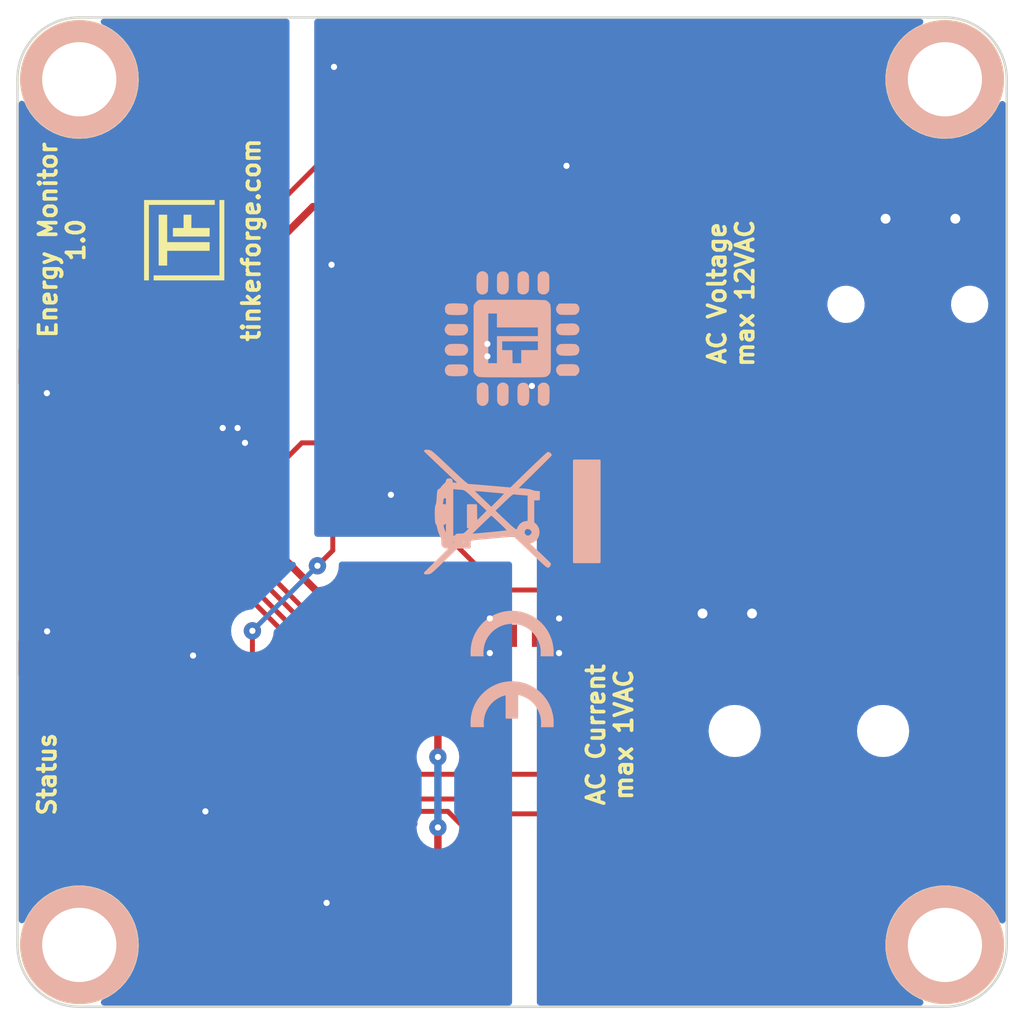
<source format=kicad_pcb>
(kicad_pcb (version 20221018) (generator pcbnew)
  (title_block (title "Energy Monitor 1.0 Bricklet") (date "2019-02-12") (rev "1.0") (company "Tinkerforge GmbH") (comment 1 "Licensed under CERN OHL v.1.1") (comment 2 "Copyright (©) 2019, T.Schneidermann <tim@tinkerforge.com>"))
  (layers (0 "F.Cu" signal) (31 "B.Cu" signal) (34 "B.Paste" user) (35 "F.Paste" user) (36 "B.SilkS" user "B.Silkscreen") (37 "F.SilkS" user "F.Silkscreen") (38 "B.Mask" user) (39 "F.Mask" user) (44 "Edge.Cuts" user))
  (net 0 "")
  (net 1 "3V3")
  (net 2 "GND")
  (net 3 "AGND")
  (net 4 "AnalogA")
  (net 5 "AnalogV")
  (net 6 "Net-(C5-Pad1)")
  (net 7 "Net-(D3-Pad2)")
  (net 8 "Net-(P1-Pad4)")
  (net 9 "Net-(P1-Pad5)")
  (net 10 "Net-(P1-Pad6)")
  (net 11 "Net-(P3-Pad2)")
  (net 12 "Net-(P4-Pad1)")
  (net 13 "Net-(R1-Pad2)")
  (net 14 "Net-(R3-Pad2)")
  (net 15 "Net-(R4-Pad1)")
  (net 16 "Net-(R7-Pad1)")
  (net 17 "Net-(R8-Pad1)")
  (net 18 "S-MISO")
  (net 19 "S-MOSI")
  (net 20 "S-CLK")
  (net 21 "S-CS")
  (net 22 "Net-(R5-Pad2)")
  (net 23 "Net-(R11-Pad2)")
  (net 24 "Net-(R10-Pad1)")
  (net 25 "Net-(R11-Pad1)")
  (net 26 "PlugA")
  (net 27 "PlugV")
  (net 28 "+5V")
  (net 29 "Net-(U1-Pad6)")
  (net 30 "Net-(U1-Pad8)")
  (net 31 "Net-(U1-Pad11)")
  (net 32 "Net-(U1-Pad12)")
  (net 33 "Net-(U1-Pad13)")
  (net 34 "Net-(U1-Pad14)")
  (net 35 "Net-(U1-Pad17)")
  (net 36 "Net-(U1-Pad19)")
  (net 37 "Net-(U1-Pad20)")
  (net 38 "Net-(U1-Pad21)")
  (net 39 "Net-(U1-Pad3)")
  (footprint "kicad-libraries:Fiducial_Mark" (layer "F.Cu") (at 148 68)
    (fp_text reference "Fiducial_Mark" hide)
    (fp_text value "VAL**" hide)
    (pad "1" smd circle (at 0 0) (size 1.00076 1.00076) (layers "F.Cu" "F.Paste" "F.Mask") (clearance 0.65024))
  )
  (footprint "kicad-libraries:Fiducial_Mark" (layer "F.Cu") (at 169 68)
    (fp_text reference "Fiducial_Mark" hide)
    (fp_text value "VAL**" hide)
    (pad "1" smd circle (at 0 0) (size 1.00076 1.00076) (layers "F.Cu" "F.Paste" "F.Mask") (clearance 0.65024))
  )
  (footprint "kicad-libraries:Fiducial_Mark" (layer "F.Cu") (at 162 101)
    (fp_text reference "Fiducial_Mark" hide)
    (fp_text value "VAL**" hide)
    (pad "1" smd circle (at 0 0) (size 1.00076 1.00076) (layers "F.Cu" "F.Paste" "F.Mask") (clearance 0.65024))
  )
  (footprint "kicad-libraries:C0805" (layer "F.Cu") (at 147 83.1 90)
    (fp_text reference "C1")
    (fp_text value "10uF")
    (pad "1" smd rect (at -1.00076 0 90) (size 1.00076 1.24968) (layers "F.Cu" "F.Paste" "F.Mask") (net 1 "3V3") (clearance 0.14986))
    (pad "2" smd rect (at 1.00076 0 90) (size 1.00076 1.24968) (layers "F.Cu" "F.Paste" "F.Mask") (net 2 "GND") (clearance 0.14986))
  )
  (footprint "kicad-libraries:C0603F" (layer "F.Cu") (at 152.7 73.4 90)
    (fp_text reference "C2")
    (fp_text value "100nF")
    (pad "1" smd rect (at -0.75 0 90) (size 0.9 0.9) (layers "F.Cu" "F.Paste" "F.Mask") (net 3 "AGND"))
    (pad "2" smd rect (at 0.75 0 90) (size 0.9 0.9) (layers "F.Cu" "F.Paste" "F.Mask") (net 1 "3V3"))
  )
  (footprint "kicad-libraries:C0603F" (layer "F.Cu") (at 153.5 84.3 180)
    (fp_text reference "C3")
    (fp_text value "180pF")
    (pad "1" smd rect (at -0.75 0 180) (size 0.9 0.9) (layers "F.Cu" "F.Paste" "F.Mask") (net 3 "AGND"))
    (pad "2" smd rect (at 0.75 0 180) (size 0.9 0.9) (layers "F.Cu" "F.Paste" "F.Mask") (net 4 "AnalogA"))
  )
  (footprint "kicad-libraries:C0603F" (layer "F.Cu") (at 152.8 68.6 90)
    (fp_text reference "C4")
    (fp_text value "180pF")
    (pad "1" smd rect (at -0.75 0 90) (size 0.9 0.9) (layers "F.Cu" "F.Paste" "F.Mask") (net 5 "AnalogV"))
    (pad "2" smd rect (at 0.75 0 90) (size 0.9 0.9) (layers "F.Cu" "F.Paste" "F.Mask") (net 3 "AGND"))
  )
  (footprint "kicad-libraries:C0402F" (layer "F.Cu") (at 147.1 89.6 -90)
    (fp_text reference "C5")
    (fp_text value "220pF")
    (pad "1" smd rect (at -0.5 0 270) (size 0.6 0.7) (layers "F.Cu" "F.Paste" "F.Mask") (net 6 "Net-(C5-Pad1)"))
    (pad "2" smd rect (at 0.5 0 270) (size 0.6 0.7) (layers "F.Cu" "F.Paste" "F.Mask") (net 2 "GND"))
  )
  (footprint "kicad-libraries:C0603F" (layer "F.Cu") (at 148.5 83.1 90)
    (fp_text reference "C6")
    (fp_text value "1uF")
    (pad "1" smd rect (at -0.75 0 90) (size 0.9 0.9) (layers "F.Cu" "F.Paste" "F.Mask") (net 1 "3V3"))
    (pad "2" smd rect (at 0.75 0 90) (size 0.9 0.9) (layers "F.Cu" "F.Paste" "F.Mask") (net 2 "GND"))
  )
  (footprint "kicad-libraries:C0603F" (layer "F.Cu") (at 154.1 100.8)
    (fp_text reference "C7")
    (fp_text value "100nF")
    (pad "1" smd rect (at -0.75 0) (size 0.9 0.9) (layers "F.Cu" "F.Paste" "F.Mask") (net 2 "GND"))
    (pad "2" smd rect (at 0.75 0) (size 0.9 0.9) (layers "F.Cu" "F.Paste" "F.Mask") (net 1 "3V3"))
  )
  (footprint "kicad-libraries:D0603F" (layer "F.Cu") (at 142.65 95.6 90)
    (fp_text reference "D3")
    (fp_text value "blue")
    (pad "1" smd rect (at -0.75 0 90) (size 0.9 0.9) (layers "F.Cu" "F.Paste" "F.Mask") (net 1 "3V3"))
    (pad "2" smd rect (at 0.75 0 90) (size 0.9 0.9) (layers "F.Cu" "F.Paste" "F.Mask") (net 7 "Net-(D3-Pad2)"))
  )
  (footprint "kicad-libraries:CON-SENSOR2" (layer "F.Cu") (at 140 85 -90)
    (fp_text reference "P1")
    (fp_text value "CON-SENSOR2")
    (pad "1" smd rect (at -3.75 -4.6 270) (size 0.6 1.8) (layers "F.Cu" "F.Paste" "F.Mask") (net 28 "+5V"))
    (pad "2" smd rect (at -2.5 -4.6 270) (size 0.6 1.8) (layers "F.Cu" "F.Paste" "F.Mask") (net 2 "GND"))
    (pad "3" smd rect (at -1.25 -4.6 270) (size 0.6 1.8) (layers "F.Cu" "F.Paste" "F.Mask") (net 1 "3V3"))
    (pad "4" smd rect (at 0 -4.6 270) (size 0.6 1.8) (layers "F.Cu" "F.Paste" "F.Mask") (net 8 "Net-(P1-Pad4)"))
    (pad "5" smd rect (at 1.25 -4.6 270) (size 0.6 1.8) (layers "F.Cu" "F.Paste" "F.Mask") (net 9 "Net-(P1-Pad5)"))
    (pad "6" smd rect (at 2.5 -4.6 270) (size 0.6 1.8) (layers "F.Cu" "F.Paste" "F.Mask") (net 10 "Net-(P1-Pad6)"))
    (pad "7" smd rect (at 3.75 -4.6 270) (size 0.6 1.8) (layers "F.Cu" "F.Paste" "F.Mask") (net 6 "Net-(C5-Pad1)"))
    (pad "EP" smd rect (at -5.9 -1.2 270) (size 1.4 2.4) (layers "F.Cu" "F.Paste" "F.Mask") (net 2 "GND"))
    (pad "EP" smd rect (at 5.9 -1.2 270) (size 1.4 2.4) (layers "F.Cu" "F.Paste" "F.Mask") (net 2 "GND"))
  )
  (footprint "kicad-libraries:SolderJumper" (layer "F.Cu") (at 148.55 97.1)
    (fp_text reference "P3")
    (fp_text value "BOOT")
    (pad "1" smd rect (at -0.5 0) (size 0.4 1.4) (layers "F.Cu" "F.Mask") (net 2 "GND"))
    (pad "1" smd rect (at -0.225 -0.55) (size 0.95 0.3) (layers "F.Cu" "F.Mask") (net 2 "GND"))
    (pad "1" smd rect (at -0.225 0.55) (size 0.95 0.3) (layers "F.Cu" "F.Mask") (net 2 "GND"))
    (pad "2" smd rect (at 0.15 0) (size 0.6 0.5) (layers "F.Cu" "F.Mask") (net 11 "Net-(P3-Pad2)"))
    (pad "2" smd rect (at 0.55 0) (size 0.3 1.4) (layers "F.Cu" "F.Mask") (net 11 "Net-(P3-Pad2)"))
  )
  (footprint "kicad-libraries:DEBUG_PAD" (layer "F.Cu") (at 159.2 98.9)
    (fp_text reference "P4")
    (fp_text value "DEBUG")
    (pad "1" smd circle (at 0 0) (size 0.7 0.7) (layers "F.Cu" "F.Paste" "F.Mask") (net 12 "Net-(P4-Pad1)"))
  )
  (footprint "kicad-libraries:R0603F" (layer "F.Cu") (at 152.7 82.2 90)
    (fp_text reference "R1")
    (fp_text value "68.1")
    (pad "1" smd rect (at -0.75 0 90) (size 0.9 0.9) (layers "F.Cu" "F.Paste" "F.Mask") (net 4 "AnalogA"))
    (pad "2" smd rect (at 0.75 0 90) (size 0.9 0.9) (layers "F.Cu" "F.Paste" "F.Mask") (net 13 "Net-(R1-Pad2)"))
  )
  (footprint "kicad-libraries:R0603F" (layer "F.Cu") (at 160.5 90)
    (fp_text reference "R2")
    (fp_text value "0")
    (pad "1" smd rect (at -0.75 0) (size 0.9 0.9) (layers "F.Cu" "F.Paste" "F.Mask") (net 2 "GND"))
    (pad "2" smd rect (at 0.75 0) (size 0.9 0.9) (layers "F.Cu" "F.Paste" "F.Mask") (net 3 "AGND"))
  )
  (footprint "kicad-libraries:R0603F" (layer "F.Cu") (at 154.5 80.7 -90)
    (fp_text reference "R3")
    (fp_text value "91k")
    (pad "1" smd rect (at -0.75 0 270) (size 0.9 0.9) (layers "F.Cu" "F.Paste" "F.Mask") (net 13 "Net-(R1-Pad2)"))
    (pad "2" smd rect (at 0.75 0 270) (size 0.9 0.9) (layers "F.Cu" "F.Paste" "F.Mask") (net 14 "Net-(R3-Pad2)"))
  )
  (footprint "kicad-libraries:R0603F" (layer "F.Cu") (at 159.25 79.9)
    (fp_text reference "R4")
    (fp_text value "9,1k")
    (pad "1" smd rect (at -0.75 0) (size 0.9 0.9) (layers "F.Cu" "F.Paste" "F.Mask") (net 15 "Net-(R4-Pad1)"))
    (pad "2" smd rect (at 0.75 0) (size 0.9 0.9) (layers "F.Cu" "F.Paste" "F.Mask") (net 3 "AGND"))
  )
  (footprint "kicad-libraries:R0603F" (layer "F.Cu") (at 155.8 82.2 -90)
    (fp_text reference "R5")
    (fp_text value "68k")
    (pad "1" smd rect (at -0.75 0 270) (size 0.9 0.9) (layers "F.Cu" "F.Paste" "F.Mask") (net 14 "Net-(R3-Pad2)"))
    (pad "2" smd rect (at 0.75 0 270) (size 0.9 0.9) (layers "F.Cu" "F.Paste" "F.Mask") (net 22 "Net-(R5-Pad2)"))
  )
  (footprint "kicad-libraries:R0603F" (layer "F.Cu") (at 157.1 80.7 -90)
    (fp_text reference "R6")
    (fp_text value "33k")
    (pad "1" smd rect (at -0.75 0 270) (size 0.9 0.9) (layers "F.Cu" "F.Paste" "F.Mask") (net 15 "Net-(R4-Pad1)"))
    (pad "2" smd rect (at 0.75 0 270) (size 0.9 0.9) (layers "F.Cu" "F.Paste" "F.Mask") (net 1 "3V3"))
  )
  (footprint "kicad-libraries:R0603F" (layer "F.Cu") (at 154.9 69.4 180)
    (fp_text reference "R7")
    (fp_text value "68,1")
    (pad "1" smd rect (at -0.75 0 180) (size 0.9 0.9) (layers "F.Cu" "F.Paste" "F.Mask") (net 16 "Net-(R7-Pad1)"))
    (pad "2" smd rect (at 0.75 0 180) (size 0.9 0.9) (layers "F.Cu" "F.Paste" "F.Mask") (net 5 "AnalogV"))
  )
  (footprint "kicad-libraries:R0603F" (layer "F.Cu") (at 144.05 95.6 90)
    (fp_text reference "R8")
    (fp_text value "1k")
    (pad "1" smd rect (at -0.75 0 90) (size 0.9 0.9) (layers "F.Cu" "F.Paste" "F.Mask") (net 17 "Net-(R8-Pad1)"))
    (pad "2" smd rect (at 0.75 0 90) (size 0.9 0.9) (layers "F.Cu" "F.Paste" "F.Mask") (net 7 "Net-(D3-Pad2)"))
  )
  (footprint "kicad-libraries:R0603F" (layer "F.Cu") (at 157 70.2 90)
    (fp_text reference "R9")
    (fp_text value "5,6k")
    (pad "1" smd rect (at -0.75 0 90) (size 0.9 0.9) (layers "F.Cu" "F.Paste" "F.Mask") (net 23 "Net-(R11-Pad2)"))
    (pad "2" smd rect (at 0.75 0 90) (size 0.9 0.9) (layers "F.Cu" "F.Paste" "F.Mask") (net 16 "Net-(R7-Pad1)"))
  )
  (footprint "kicad-libraries:R0603F" (layer "F.Cu") (at 160.6 71)
    (fp_text reference "R10")
    (fp_text value "9,1k")
    (pad "1" smd rect (at -0.75 0) (size 0.9 0.9) (layers "F.Cu" "F.Paste" "F.Mask") (net 24 "Net-(R10-Pad1)"))
    (pad "2" smd rect (at 0.75 0) (size 0.9 0.9) (layers "F.Cu" "F.Paste" "F.Mask") (net 3 "AGND"))
  )
  (footprint "kicad-libraries:R0603F" (layer "F.Cu") (at 160.6 74.4 180)
    (fp_text reference "R11")
    (fp_text value "75k")
    (pad "1" smd rect (at -0.75 0 180) (size 0.9 0.9) (layers "F.Cu" "F.Paste" "F.Mask") (net 25 "Net-(R11-Pad1)"))
    (pad "2" smd rect (at 0.75 0 180) (size 0.9 0.9) (layers "F.Cu" "F.Paste" "F.Mask") (net 23 "Net-(R11-Pad2)"))
  )
  (footprint "kicad-libraries:R0603F" (layer "F.Cu") (at 158.4 70.2 -90)
    (fp_text reference "R12")
    (fp_text value "11k")
    (pad "1" smd rect (at -0.75 0 270) (size 0.9 0.9) (layers "F.Cu" "F.Paste" "F.Mask") (net 1 "3V3"))
    (pad "2" smd rect (at 0.75 0 270) (size 0.9 0.9) (layers "F.Cu" "F.Paste" "F.Mask") (net 24 "Net-(R10-Pad1)"))
  )
  (footprint "kicad-libraries:QFN24-4x4mm-0.5mm" (layer "F.Cu") (at 153.65 96.85)
    (fp_text reference "U1")
    (fp_text value "XMC1300")
    (pad "1" smd oval (at -2.025 -1.25) (size 1 0.3) (layers "F.Cu" "F.Paste" "F.Mask") (net 18 "S-MISO"))
    (pad "2" smd oval (at -2.025 -0.75) (size 1 0.3) (layers "F.Cu" "F.Paste" "F.Mask") (net 4 "AnalogA"))
    (pad "3" smd oval (at -2.025 -0.25) (size 1 0.3) (layers "F.Cu" "F.Paste" "F.Mask") (net 39 "Net-(U1-Pad3)"))
    (pad "4" smd oval (at -2.025 0.25) (size 1 0.3) (layers "F.Cu" "F.Paste" "F.Mask") (net 11 "Net-(P3-Pad2)"))
    (pad "5" smd oval (at -2.025 0.75) (size 1 0.3) (layers "F.Cu" "F.Paste" "F.Mask") (net 5 "AnalogV"))
    (pad "6" smd oval (at -2.025 1.25) (size 1 0.3) (layers "F.Cu" "F.Paste" "F.Mask") (net 29 "Net-(U1-Pad6)"))
    (pad "7" smd oval (at -1.25 2.025 90) (size 1 0.3) (layers "F.Cu" "F.Paste" "F.Mask") (net 17 "Net-(R8-Pad1)"))
    (pad "8" smd oval (at -0.75 2.025 90) (size 1 0.3) (layers "F.Cu" "F.Paste" "F.Mask") (net 30 "Net-(U1-Pad8)"))
    (pad "9" smd oval (at -0.25 2.025 90) (size 1 0.3) (layers "F.Cu" "F.Paste" "F.Mask") (net 2 "GND"))
    (pad "10" smd oval (at 0.25 2.025 90) (size 1 0.3) (layers "F.Cu" "F.Paste" "F.Mask") (net 1 "3V3"))
    (pad "11" smd oval (at 0.75 2.025 90) (size 1 0.3) (layers "F.Cu" "F.Paste" "F.Mask") (net 31 "Net-(U1-Pad11)"))
    (pad "12" smd oval (at 1.25 2.025 90) (size 1 0.3) (layers "F.Cu" "F.Paste" "F.Mask") (net 32 "Net-(U1-Pad12)"))
    (pad "13" smd oval (at 2.025 1.25) (size 1 0.3) (layers "F.Cu" "F.Paste" "F.Mask") (net 33 "Net-(U1-Pad13)"))
    (pad "14" smd oval (at 2.025 0.75) (size 1 0.3) (layers "F.Cu" "F.Paste" "F.Mask") (net 34 "Net-(U1-Pad14)"))
    (pad "15" smd oval (at 2.025 0.25) (size 1 0.3) (layers "F.Cu" "F.Paste" "F.Mask") (net 12 "Net-(P4-Pad1)"))
    (pad "16" smd oval (at 2.025 -0.25) (size 1 0.3) (layers "F.Cu" "F.Paste" "F.Mask") (net 27 "PlugV"))
    (pad "17" smd oval (at 2.025 -0.75) (size 1 0.3) (layers "F.Cu" "F.Paste" "F.Mask") (net 35 "Net-(U1-Pad17)"))
    (pad "18" smd oval (at 2.025 -1.25) (size 1 0.3) (layers "F.Cu" "F.Paste" "F.Mask") (net 26 "PlugA"))
    (pad "19" smd oval (at 1.25 -2.025 90) (size 1 0.3) (layers "F.Cu" "F.Paste" "F.Mask") (net 36 "Net-(U1-Pad19)"))
    (pad "20" smd oval (at 0.75 -2.025 90) (size 1 0.3) (layers "F.Cu" "F.Paste" "F.Mask") (net 37 "Net-(U1-Pad20)"))
    (pad "21" smd oval (at 0.25 -2.025 90) (size 1 0.3) (layers "F.Cu" "F.Paste" "F.Mask") (net 38 "Net-(U1-Pad21)"))
    (pad "22" smd oval (at -0.25 -2.025 90) (size 1 0.3) (layers "F.Cu" "F.Paste" "F.Mask") (net 21 "S-CS"))
    (pad "23" smd oval (at -0.75 -2.025 90) (size 1 0.3) (layers "F.Cu" "F.Paste" "F.Mask") (net 20 "S-CLK"))
    (pad "24" smd oval (at -1.25 -2.025 90) (size 1 0.3) (layers "F.Cu" "F.Paste" "F.Mask") (net 19 "S-MOSI"))
    (pad "EXP" smd rect (at -0.65 -0.65) (size 1.3 1.3) (layers "F.Cu" "F.Paste" "F.Mask") (net 2 "GND"))
    (pad "EXP" smd rect (at -0.65 0.65) (size 1.3 1.3) (layers "F.Cu" "F.Paste" "F.Mask") (net 2 "GND"))
    (pad "EXP" smd rect (at 0.65 -0.65) (size 1.3 1.3) (layers "F.Cu" "F.Paste" "F.Mask") (net 2 "GND"))
    (pad "EXP" smd rect (at 0.65 0.65) (size 1.3 1.3) (layers "F.Cu" "F.Paste" "F.Mask") (net 2 "GND"))
  )
  (footprint "kicad-libraries:SOIC8" (layer "F.Cu") (at 156.4 75.5)
    (fp_text reference "U2")
    (fp_text value "TLV272IS")
    (pad "1" smd rect (at -1.90246 2.69748 180) (size 0.59944 1.5494) (layers "F.Cu" "F.Paste" "F.Mask") (net 13 "Net-(R1-Pad2)"))
    (pad "2" smd rect (at -0.63246 2.69748 180) (size 0.59944 1.5494) (layers "F.Cu" "F.Paste" "F.Mask") (net 14 "Net-(R3-Pad2)"))
    (pad "3" smd rect (at 0.63246 2.69748 180) (size 0.59944 1.5494) (layers "F.Cu" "F.Paste" "F.Mask") (net 15 "Net-(R4-Pad1)"))
    (pad "4" smd rect (at 1.90246 2.69748 180) (size 0.59944 1.5494) (layers "F.Cu" "F.Paste" "F.Mask") (net 3 "AGND"))
    (pad "5" smd rect (at 1.90246 -2.69748) (size 0.59944 1.5494) (layers "F.Cu" "F.Paste" "F.Mask") (net 24 "Net-(R10-Pad1)"))
    (pad "6" smd rect (at 0.63246 -2.69748) (size 0.59944 1.5494) (layers "F.Cu" "F.Paste" "F.Mask") (net 23 "Net-(R11-Pad2)"))
    (pad "7" smd rect (at -0.63246 -2.69748) (size 0.59944 1.5494) (layers "F.Cu" "F.Paste" "F.Mask") (net 16 "Net-(R7-Pad1)"))
    (pad "8" smd rect (at -1.90246 -2.69748) (size 0.59944 1.5494) (layers "F.Cu" "F.Paste" "F.Mask") (net 1 "3V3"))
  )
  (footprint "kicad-libraries:DRILL_NP" (layer "F.Cu") (at 177.5 67.5)
    (fp_text reference "U3" hide)
    (fp_text value "DRILL" hide)
    (pad "" np_thru_hole circle (at 0 0) (size 2.99974 2.99974) (drill 2.99974) (layers "*.Cu" "*.Mask" "F.SilkS") (clearance 0.89916))
  )
  (footprint "kicad-libraries:DRILL_NP" (layer "F.Cu") (at 177.5 102.5)
    (fp_text reference "U4" hide)
    (fp_text value "DRILL" hide)
    (pad "" np_thru_hole circle (at 0 0) (size 2.99974 2.99974) (drill 2.99974) (layers "*.Cu" "*.Mask" "F.SilkS") (clearance 0.89916))
  )
  (footprint "kicad-libraries:DRILL_NP" (layer "F.Cu") (at 142.5 67.5)
    (fp_text reference "U5" hide)
    (fp_text value "DRILL" hide)
    (pad "" np_thru_hole circle (at 0 0) (size 2.99974 2.99974) (drill 2.99974) (layers "*.Cu" "*.Mask" "F.SilkS") (clearance 0.89916))
  )
  (footprint "kicad-libraries:DRILL_NP" (layer "F.Cu") (at 142.5 102.5)
    (fp_text reference "U6" hide)
    (fp_text value "DRILL" hide)
    (pad "" np_thru_hole circle (at 0 0) (size 2.99974 2.99974) (drill 2.99974) (layers "*.Cu" "*.Mask" "F.SilkS") (clearance 0.89916))
  )
  (footprint "kicad-libraries:4X0402" (layer "F.Cu") (at 147.7 87.5 -90)
    (fp_text reference "RP1")
    (fp_text value "82")
    (pad "1" smd rect (at -0.7493 0.575 90) (size 0.29972 0.65) (layers "F.Cu" "F.Paste" "F.Mask") (net 8 "Net-(P1-Pad4)"))
    (pad "2" smd rect (at -0.24892 0.575 90) (size 0.29972 0.65) (layers "F.Cu" "F.Paste" "F.Mask") (net 9 "Net-(P1-Pad5)"))
    (pad "3" smd rect (at 0.24892 0.575 90) (size 0.29972 0.65) (layers "F.Cu" "F.Paste" "F.Mask") (net 10 "Net-(P1-Pad6)"))
    (pad "4" smd rect (at 0.7493 0.575 90) (size 0.29972 0.65) (layers "F.Cu" "F.Paste" "F.Mask") (net 6 "Net-(C5-Pad1)"))
    (pad "5" smd rect (at 0.7493 -0.575 270) (size 0.29972 0.65) (layers "F.Cu" "F.Paste" "F.Mask") (net 18 "S-MISO"))
    (pad "6" smd rect (at 0.24892 -0.575 270) (size 0.29972 0.65) (layers "F.Cu" "F.Paste" "F.Mask") (net 19 "S-MOSI"))
    (pad "7" smd rect (at -0.24892 -0.575 270) (size 0.29972 0.65) (layers "F.Cu" "F.Paste" "F.Mask") (net 20 "S-CLK"))
    (pad "8" smd rect (at -0.7493 -0.575 270) (size 0.29972 0.65) (layers "F.Cu" "F.Paste" "F.Mask") (net 21 "S-CS"))
  )
  (footprint "kicad-libraries:Logo_31x31" (layer "F.Cu") (at 146.75 74 90)
    (fp_text reference "G***" hide)
    (fp_text value "LOGO" hide)
  )
  (footprint "kicad-libraries:PJ-327C-3" (layer "F.Cu") (at 177.5 93.85 180)
    (fp_text reference "U7")
    (fp_text value "phone-jack")
    (pad "" np_thru_hole circle (at 2.5 0 180) (size 1.6 1.6) (drill 1.6) (layers "*.Cu" "*.Mask"))
    (pad "" np_thru_hole circle (at 8.5 0 180) (size 1.6 1.6) (drill 1.6) (layers "*.Cu" "*.Mask"))
    (pad "1" smd rect (at 2 3.475 180) (size 1.8 2.55) (layers "F.Cu" "F.Paste" "F.Mask") (net 22 "Net-(R5-Pad2)"))
    (pad "3" smd rect (at 8.8 3.475 180) (size 1.8 2.55) (layers "F.Cu" "F.Paste" "F.Mask") (net 3 "AGND"))
    (pad "4" smd rect (at 10.6 -3.275 180) (size 1.8 2.95) (layers "F.Cu" "F.Paste" "F.Mask") (net 26 "PlugA"))
    (pad "NC" smd rect (at 4.8 -3.375 180) (size 1.8 2.75) (layers "F.Cu" "F.Paste" "F.Mask"))
  )
  (footprint "kicad-libraries:Fiducial_Mark" (layer "F.Cu") (at 173 85)
    (fp_text reference "Fiducial_Mark" hide)
    (fp_text value "VAL**" hide)
    (pad "1" smd circle (at 0 0) (size 1.00076 1.00076) (layers "F.Cu" "F.Paste" "F.Mask") (clearance 0.65024))
  )
  (footprint "kicad-libraries:DC-033" (layer "F.Cu") (at 180 76.6 180)
    (fp_text reference "U8")
    (fp_text value "barrel-plug")
    (pad "" np_thru_hole circle (at 1.5 0 180) (size 1 1) (drill 1) (layers "*.Cu" "*.Mask"))
    (pad "" np_thru_hole circle (at 6.5 0 180) (size 1 1) (drill 1) (layers "*.Cu" "*.Mask"))
    (pad "1" smd rect (at 4 -4.5 180) (size 2 1.8) (layers "F.Cu" "F.Paste" "F.Mask") (net 25 "Net-(R11-Pad1)"))
    (pad "1" smd rect (at 8.5 -4.5 180) (size 2 1.8) (layers "F.Cu" "F.Paste" "F.Mask") (net 25 "Net-(R11-Pad1)"))
    (pad "2" smd rect (at 3.5 4.3 180) (size 2 3) (layers "F.Cu" "F.Paste" "F.Mask") (net 3 "AGND"))
    (pad "3" smd rect (at 8.2 4.3 180) (size 2.2 3) (layers "F.Cu" "F.Paste" "F.Mask") (net 27 "PlugV"))
  )
  (footprint "kicad-libraries:WEEE_7mm" (layer "B.Cu") (at 160 84.984222 -90)
    (fp_text reference "VAL" hide)
    (fp_text value "WEEE_7mm" hide)
  )
  (footprint "kicad-libraries:Logo_CoMCU" (layer "B.Cu") (at 160 77.984222 -90)
    (fp_text reference "G***" hide)
    (fp_text value "LOGO" hide)
  )
  (footprint "kicad-libraries:CE_5mm" (layer "B.Cu") (at 160 91.384222 -90)
    (fp_text reference "VAL" hide)
    (fp_text value "CE_5mm" hide)
  )
  (gr_line (start 140 102.5) (end 140 67.5) (stroke (width 0.1)) (layer "Edge.Cuts"))
  (gr_line (start 177.5 105) (end 142.5 105) (stroke (width 0.1)) (layer "Edge.Cuts"))
  (gr_line (start 142.5 65) (end 177.5 65) (stroke (width 0.1)) (layer "Edge.Cuts"))
  (gr_arc (start 177.5 65) (mid 179.267767 65.732233) (end 180 67.5) (stroke (width 0.1)) (layer "Edge.Cuts"))
  (gr_arc (start 140 67.5) (mid 140.732233 65.732233) (end 142.5 65) (stroke (width 0.1)) (layer "Edge.Cuts"))
  (gr_arc (start 142.5 105) (mid 140.732233 104.267767) (end 140 102.5) (stroke (width 0.1)) (layer "Edge.Cuts"))
  (gr_line (start 180 67.5) (end 180 102.5) (stroke (width 0.1)) (layer "Edge.Cuts"))
  (gr_arc (start 180 102.5) (mid 179.267767 104.267767) (end 177.5 105) (stroke (width 0.1)) (layer "Edge.Cuts"))
  (gr_text "AC Current\nmax 1VAC\n" (at 163.95 94 90) (layer "F.SilkS") (effects (font (size 0.7 0.7))))
  (gr_text "Status" (at 141.2 95.6 90) (layer "F.SilkS") (effects (font (size 0.7 0.7))))
  (gr_text "tinkerforge.com" (at 149.45 74 90) (layer "F.SilkS") (effects (font (size 0.7 0.7))))
  (gr_text "AC Voltage\nmax 12VAC" (at 168.85 76.15 90) (layer "F.SilkS") (effects (font (size 0.7 0.7))))
  (gr_text "Energy Monitor\n1.0" (at 141.8 74 90) (layer "F.SilkS") (effects (font (size 0.7 0.7))))
  (segment (start 157.1 82) (end 157.1 81.5) (width 0.2) (layer "F.Cu") (net 1))
  (segment (start 154.9 71.42536) (end 154.9 68.709998) (width 0.2) (layer "F.Cu") (net 1))
  (segment (start 151.5 82.2) (end 156.9 82.2) (width 0.2) (layer "F.Cu") (net 1))
  (segment (start 154.5 101.8) (end 147.45 101.8) (width 0.2) (layer "F.Cu") (net 1))
  (segment (start 156.9 82.2) (end 157.1 82) (width 0.2) (layer "F.Cu") (net 1))
  (segment (start 158 68.3) (end 158.4 68.7) (width 0.2) (layer "F.Cu") (net 1))
  (segment (start 149.950001 82.749999) (end 148.7 84) (width 0.3) (layer "F.Cu") (net 1))
  (segment (start 154.85 101.45) (end 154.5 101.8) (width 0.2) (layer "F.Cu") (net 1))
  (segment (start 154.85 100.85) (end 154.8 100.8) (width 0.2) (layer "F.Cu") (net 1))
  (segment (start 154.85 100.8) (end 154.85 101.45) (width 0.2) (layer "F.Cu") (net 1))
  (segment (start 149.950001 74.649999) (end 149.950001 82.749999) (width 0.3) (layer "F.Cu") (net 1))
  (segment (start 154.49754 71.82782) (end 154.9 71.42536) (width 0.2) (layer "F.Cu") (net 1))
  (segment (start 152.7 72.65) (end 154.35 72.65) (width 0.3) (layer "F.Cu") (net 1))
  (segment (start 158.4 68.7) (end 158.4 69.4) (width 0.2) (layer "F.Cu") (net 1))
  (segment (start 144.6 83.75) (end 145.85 83.75) (width 0.35) (layer "F.Cu") (net 1))
  (segment (start 153.9 99.9) (end 153.9 98.8) (width 0.2) (layer "F.Cu") (net 1))
  (segment (start 154.35 72.65) (end 154.5 72.8) (width 0.3) (layer "F.Cu") (net 1))
  (segment (start 142.65 97) (end 142.65 96.35) (width 0.2) (layer "F.Cu") (net 1))
  (segment (start 152.7 72.65) (end 151.95 72.65) (width 0.3) (layer "F.Cu") (net 1))
  (segment (start 154.49754 72.80252) (end 154.49754 71.82782) (width 0.2) (layer "F.Cu") (net 1))
  (segment (start 147.45 101.8) (end 142.65 97) (width 0.2) (layer "F.Cu") (net 1))
  (segment (start 148.5 84.6) (end 157 93.1) (width 0.3) (layer "F.Cu") (net 1))
  (segment (start 148.5 83.85) (end 148.5 84.6) (width 0.3) (layer "F.Cu") (net 1))
  (segment (start 154.9 68.709998) (end 155.309998 68.3) (width 0.2) (layer "F.Cu") (net 1))
  (segment (start 146.2 84.1) (end 147.1 84.1) (width 0.35) (layer "F.Cu") (net 1))
  (segment (start 148.5 83.85) (end 149.85 83.85) (width 0.2) (layer "F.Cu") (net 1))
  (segment (start 148.3 84.1) (end 148.5 83.9) (width 0.35) (layer "F.Cu") (net 1))
  (segment (start 147.1 84.1) (end 148.3 84.1) (width 0.35) (layer "F.Cu") (net 1))
  (segment (start 151.95 72.65) (end 149.950001 74.649999) (width 0.3) (layer "F.Cu") (net 1))
  (segment (start 154.8 100.8) (end 153.9 99.9) (width 0.2) (layer "F.Cu") (net 1))
  (segment (start 145.85 83.75) (end 146.2 84.1) (width 0.35) (layer "F.Cu") (net 1))
  (segment (start 157 93.1) (end 157 94.9) (width 0.3) (layer "F.Cu") (net 1))
  (segment (start 155.309998 68.3) (end 158 68.3) (width 0.2) (layer "F.Cu") (net 1))
  (segment (start 148.7 84) (end 148.6 84) (width 0.3) (layer "F.Cu") (net 1))
  (segment (start 149.85 83.85) (end 151.5 82.2) (width 0.2) (layer "F.Cu") (net 1))
  (segment (start 157.000004 99.849996) (end 157.000004 97.75) (width 0.3) (layer "F.Cu") (net 1))
  (segment (start 154.85 100.8) (end 156.05 100.8) (width 0.3) (layer "F.Cu") (net 1))
  (segment (start 156.05 100.8) (end 157.000004 99.849996) (width 0.3) (layer "F.Cu") (net 1))
  (via (at 157 94.9) (size 0.7) (drill 0.25) (layers "F.Cu" "B.Cu") (net 1))
  (via (at 157.000004 97.75) (size 0.7) (drill 0.25) (layers "F.Cu" "B.Cu") (net 1))
  (segment (start 157 97.749996) (end 157.000004 97.75) (width 0.3) (layer "B.Cu") (net 1))
  (segment (start 157 94.9) (end 157 97.749996) (width 0.3) (layer "B.Cu") (net 1))
  (segment (start 159.449999 90.350001) (end 159.1 90.7) (width 0.3) (layer "F.Cu") (net 2))
  (segment (start 148.2 82.1) (end 148.5 82.4) (width 0.35) (layer "F.Cu") (net 2))
  (segment (start 159.7 89.90001) (end 159.449999 89.650009) (width 0.3) (layer "F.Cu") (net 2))
  (segment (start 148.325 96.55) (end 148.15 96.55) (width 0.2) (layer "F.Cu") (net 2))
  (segment (start 153.4 100.75) (end 153.4 98.8) (width 0.2) (layer "F.Cu") (net 2))
  (segment (start 144.6 82.5) (end 145.85 82.5) (width 0.35) (layer "F.Cu") (net 2))
  (segment (start 154.3 97.15) (end 154.4 97.25) (width 0.3) (layer "F.Cu") (net 2))
  (segment (start 153.35 100.8) (end 153.4 100.75) (width 0.2) (layer "F.Cu") (net 2))
  (segment (start 148.300008 82.165685) (end 148.300008 81.6) (width 0.35) (layer "F.Cu") (net 2))
  (segment (start 148.5 82.35) (end 148.500001 81.999999) (width 0.35) (layer "F.Cu") (net 2))
  (segment (start 148.1 97.6) (end 148.2 97.7) (width 0.2) (layer "F.Cu") (net 2))
  (segment (start 148.5 82.35) (end 148.5 82.334315) (width 0.35) (layer "F.Cu") (net 2))
  (segment (start 154.3 96.2) (end 154.3 97.15) (width 0.3) (layer "F.Cu") (net 2))
  (segment (start 141.2 80.18) (end 141.19 80.19) (width 0.35) (layer "F.Cu") (net 2))
  (segment (start 153 97.5) (end 153.4 97.9) (width 0.2) (layer "F.Cu") (net 2))
  (segment (start 148.5 82.334315) (end 148.634315 82.2) (width 0.35) (layer "F.Cu") (net 2))
  (segment (start 141.2 90.9) (end 141.2 89.820004) (width 0.35) (layer "F.Cu") (net 2))
  (segment (start 148.1 97.1) (end 148.1 97.6) (width 0.2) (layer "F.Cu") (net 2))
  (segment (start 147.1 82.1) (end 148.2 82.1) (width 0.35) (layer "F.Cu") (net 2))
  (segment (start 147.1 90.1) (end 147.1 90.8) (width 0.2) (layer "F.Cu") (net 2))
  (segment (start 148.634315 82.2) (end 149.2 82.2) (width 0.35) (layer "F.Cu") (net 2))
  (segment (start 148.2 97.7) (end 148.4 97.7) (width 0.2) (layer "F.Cu") (net 2))
  (segment (start 159.7 90.1) (end 159.449999 90.350001) (width 0.3) (layer "F.Cu") (net 2))
  (segment (start 159.449999 89.650009) (end 159.1 89.30001) (width 0.3) (layer "F.Cu") (net 2))
  (segment (start 159.75 90) (end 159.7 90) (width 0.3) (layer "F.Cu") (net 2))
  (segment (start 146.25 82.1) (end 147.1 82.1) (width 0.35) (layer "F.Cu") (net 2))
  (segment (start 148.5 82.35) (end 148.484323 82.35) (width 0.35) (layer "F.Cu") (net 2))
  (segment (start 148.1 96.6) (end 148.1 97.1) (width 0.2) (layer "F.Cu") (net 2))
  (segment (start 153.4 97.9) (end 153.4 98.9) (width 0.2) (layer "F.Cu") (net 2))
  (segment (start 148.05 97.1) (end 147.6 97.1) (width 0.2) (layer "F.Cu") (net 2))
  (segment (start 154.4 97.25) (end 154.4 97.5) (width 0.3) (layer "F.Cu") (net 2))
  (segment (start 148.15 96.55) (end 148.1 96.6) (width 0.2) (layer "F.Cu") (net 2))
  (segment (start 153 96.2) (end 154.4 96.2) (width 0.3) (layer "F.Cu") (net 2))
  (segment (start 148.500001 81.999999) (end 148.9 81.6) (width 0.35) (layer "F.Cu") (net 2))
  (segment (start 148.484323 82.35) (end 148.300008 82.165685) (width 0.35) (layer "F.Cu") (net 2))
  (segment (start 152.5 100.8) (end 153.3 100.8) (width 0.35) (layer "F.Cu") (net 2))
  (segment (start 145.85 82.5) (end 146.25 82.1) (width 0.35) (layer "F.Cu") (net 2))
  (segment (start 154.4 97.5) (end 153.1 97.5) (width 0.3) (layer "F.Cu") (net 2))
  (segment (start 159.7 90) (end 159.7 90.1) (width 0.3) (layer "F.Cu") (net 2))
  (segment (start 141.2 79.1) (end 141.2 80.18) (width 0.35) (layer "F.Cu") (net 2))
  (segment (start 159.7 90) (end 159.7 89.90001) (width 0.3) (layer "F.Cu") (net 2))
  (segment (start 153.35 100.8) (end 152.5 100.8) (width 0.2) (layer "F.Cu") (net 2))
  (via (at 159.1 90.7) (size 0.7) (drill 0.25) (layers "F.Cu" "B.Cu") (net 2))
  (via (at 152.5 100.8) (size 0.7) (drill 0.25) (layers "F.Cu" "B.Cu") (net 2))
  (via (at 141.19 80.19) (size 0.7) (drill 0.25) (layers "F.Cu" "B.Cu") (net 2))
  (via (at 148.300008 81.6) (size 0.7) (drill 0.25) (layers "F.Cu" "B.Cu") (net 2))
  (via (at 149.2 82.2) (size 0.7) (drill 0.25) (layers "F.Cu" "B.Cu") (net 2))
  (via (at 141.2 89.820004) (size 0.7) (drill 0.25) (layers "F.Cu" "B.Cu") (net 2))
  (via (at 147.1 90.8) (size 0.7) (drill 0.25) (layers "F.Cu" "B.Cu") (net 2))
  (via (at 148.9 81.6) (size 0.7) (drill 0.25) (layers "F.Cu" "B.Cu") (net 2))
  (via (at 147.6 97.1) (size 0.7) (drill 0.25) (layers "F.Cu" "B.Cu") (net 2))
  (via (at 159.1 89.30001) (size 0.7) (drill 0.25) (layers "F.Cu" "B.Cu") (net 2))
  (segment (start 161.25 89.95) (end 161.9 89.3) (width 0.3) (layer "F.Cu") (net 3))
  (segment (start 176.5 73) (end 176.5 72.5) (width 0.4) (layer "F.Cu") (net 3))
  (segment (start 168.7 90.1) (end 169.7 89.1) (width 0.4) (layer "F.Cu") (net 3))
  (segment (start 161.25 90.05) (end 161.9 90.7) (width 0.3) (layer "F.Cu") (net 3))
  (segment (start 161.35 71) (end 162.2 71) (width 0.3) (layer "F.Cu") (net 3))
  (segment (start 159 78.7) (end 158.3 78.7) (width 0.3) (layer "F.Cu") (net 3))
  (segment (start 160 79.9) (end 160.8 79.9) (width 0.3) (layer "F.Cu") (net 3))
  (segment (start 158.49748 78.19748) (end 159 78.7) (width 0.3) (layer "F.Cu") (net 3))
  (segment (start 176.5 72.5) (end 177.14 73.14) (width 0.4) (layer "F.Cu") (net 3))
  (segment (start 177.354315 73.14) (end 177.92 73.14) (width 0.4) (layer "F.Cu") (net 3))
  (segment (start 152.7 74.15) (end 152.7 75) (width 0.3) (layer "F.Cu") (net 3))
  (segment (start 154.25 84.3) (end 155.100008 84.3) (width 0.3) (layer "F.Cu") (net 3))
  (segment (start 158.30246 78.19748) (end 158.99748 78.19748) (width 0.3) (layer "F.Cu") (net 3))
  (segment (start 175.86 73.14) (end 175.665685 73.14) (width 0.4) (layer "F.Cu") (net 3))
  (segment (start 159 78.2) (end 158.6 78.6) (width 0.3) (layer "F.Cu") (net 3))
  (segment (start 161.25 90) (end 161.25 89.95) (width 0.3) (layer "F.Cu") (net 3))
  (segment (start 175.665685 73.14) (end 175.1 73.14) (width 0.4) (layer "F.Cu") (net 3))
  (segment (start 158.30246 78.19748) (end 158.49748 78.19748) (width 0.3) (layer "F.Cu") (net 3))
  (segment (start 176.5 72.5) (end 175.86 73.14) (width 0.4) (layer "F.Cu") (net 3))
  (segment (start 168.099985 89.799985) (end 168.099985 89.599999) (width 0.4) (layer "F.Cu") (net 3))
  (segment (start 161.25 90) (end 161.25 90.05) (width 0.3) (layer "F.Cu") (net 3))
  (segment (start 168.7 90.1) (end 167.7 89.1) (width 0.4) (layer "F.Cu") (net 3))
  (segment (start 158.6 78.6) (end 158.4 78.6) (width 0.3) (layer "F.Cu") (net 3))
  (segment (start 168.7 90.525) (end 168.7 90.1) (width 0.4) (layer "F.Cu") (net 3))
  (segment (start 177.14 73.14) (end 177.354315 73.14) (width 0.4) (layer "F.Cu") (net 3))
  (segment (start 158.99748 78.19748) (end 159 78.2) (width 0.3) (layer "F.Cu") (net 3))
  (segment (start 152.8 67.85) (end 152.8 67) (width 0.3) (layer "F.Cu") (net 3))
  (via (at 169.7 89.1) (size 0.8) (drill 0.4) (layers "F.Cu" "B.Cu") (net 3))
  (via (at 160.8 79.9) (size 0.7) (drill 0.25) (layers "F.Cu" "B.Cu") (net 3))
  (via (at 177.92 73.14) (size 0.8) (drill 0.4) (layers "F.Cu" "B.Cu") (net 3))
  (via (at 152.7 75) (size 0.7) (drill 0.25) (layers "F.Cu" "B.Cu") (net 3))
  (via (at 159 78.2) (size 0.7) (drill 0.25) (layers "F.Cu" "B.Cu") (net 3))
  (via (at 175.1 73.14) (size 0.8) (drill 0.4) (layers "F.Cu" "B.Cu") (net 3))
  (via (at 167.7 89.1) (size 0.8) (drill 0.4) (layers "F.Cu" "B.Cu") (net 3))
  (via (at 159 78.7) (size 0.7) (drill 0.25) (layers "F.Cu" "B.Cu") (net 3))
  (via (at 162.2 71) (size 0.7) (drill 0.25) (layers "F.Cu" "B.Cu") (net 3))
  (via (at 161.9 90.7) (size 0.7) (drill 0.25) (layers "F.Cu" "B.Cu") (net 3))
  (via (at 161.9 89.3) (size 0.7) (drill 0.25) (layers "F.Cu" "B.Cu") (net 3))
  (via (at 152.8 67) (size 0.7) (drill 0.25) (layers "F.Cu" "B.Cu") (net 3))
  (via (at 155.100008 84.3) (size 0.7) (drill 0.25) (layers "F.Cu" "B.Cu") (net 3))
  (segment (start 152.7 82.9) (end 152.7 84.25) (width 0.2) (layer "F.Cu") (net 4))
  (segment (start 152.75 86.55) (end 152.130331 87.169669) (width 0.2) (layer "F.Cu") (net 4))
  (segment (start 152.75 84.3) (end 152.75 86.55) (width 0.2) (layer "F.Cu") (net 4))
  (segment (start 149.5 94.9) (end 149.5 90.365685) (width 0.2) (layer "F.Cu") (net 4))
  (segment (start 149.5 90.365685) (end 149.5 89.8) (width 0.2) (layer "F.Cu") (net 4))
  (segment (start 150.7 96.1) (end 149.5 94.9) (width 0.2) (layer "F.Cu") (net 4))
  (segment (start 151.6 96.1) (end 150.7 96.1) (width 0.2) (layer "F.Cu") (net 4))
  (via (at 152.130331 87.169669) (size 0.7) (drill 0.25) (layers "F.Cu" "B.Cu") (net 4))
  (via (at 149.5 89.8) (size 0.7) (drill 0.25) (layers "F.Cu" "B.Cu") (net 4))
  (segment (start 149.6 89.7) (end 149.5 89.8) (width 0.2) (layer "B.Cu") (net 4))
  (segment (start 152.130331 87.169669) (end 149.6 89.7) (width 0.2) (layer "B.Cu") (net 4))
  (segment (start 149.8 98.45) (end 150.65 97.6) (width 0.2) (layer "F.Cu") (net 5))
  (segment (start 147.25 98.45) (end 149.8 98.45) (width 0.2) (layer "F.Cu") (net 5))
  (segment (start 150.65 97.6) (end 151.625 97.6) (width 0.2) (layer "F.Cu") (net 5))
  (segment (start 154.15 69.35) (end 154.2 69.4) (width 0.2) (layer "F.Cu") (net 5))
  (segment (start 152.8 69.35) (end 154.15 69.35) (width 0.2) (layer "F.Cu") (net 5))
  (segment (start 152.8 70.3) (end 142.9 80.2) (width 0.2) (layer "F.Cu") (net 5))
  (segment (start 142.9 80.2) (end 142.9 89.5) (width 0.2) (layer "F.Cu") (net 5))
  (segment (start 152.8 69.35) (end 152.8 70.3) (width 0.2) (layer "F.Cu") (net 5))
  (segment (start 146.35 97.55) (end 147.25 98.45) (width 0.2) (layer "F.Cu") (net 5))
  (segment (start 146.35 92.95) (end 146.35 97.55) (width 0.2) (layer "F.Cu") (net 5))
  (segment (start 142.9 89.5) (end 146.35 92.95) (width 0.2) (layer "F.Cu") (net 5))
  (segment (start 147.125 89.075) (end 147.1 89.1) (width 0.2) (layer "F.Cu") (net 6))
  (segment (start 146.05 89.1) (end 147.1 89.1) (width 0.2) (layer "F.Cu") (net 6))
  (segment (start 145.7 88.75) (end 146.05 89.1) (width 0.2) (layer "F.Cu") (net 6))
  (segment (start 144.6 88.75) (end 145.7 88.75) (width 0.2) (layer "F.Cu") (net 6))
  (segment (start 147.125 88.2493) (end 147.125 89.075) (width 0.2) (layer "F.Cu") (net 6))
  (segment (start 142.65 94.85) (end 144.05 94.85) (width 0.2) (layer "F.Cu") (net 7))
  (segment (start 145.7 85) (end 147.1 86.4) (width 0.2) (layer "F.Cu") (net 8))
  (segment (start 144.6 85) (end 145.7 85) (width 0.2) (layer "F.Cu") (net 8))
  (segment (start 147.1 86.4) (end 147.1 86.7) (width 0.2) (layer "F.Cu") (net 8))
  (segment (start 145.7 86.25) (end 146.70108 87.25108) (width 0.2) (layer "F.Cu") (net 9))
  (segment (start 147.149481 87.25108) (end 147.2 87.200561) (width 0.2) (layer "F.Cu") (net 9))
  (segment (start 144.6 86.25) (end 145.7 86.25) (width 0.2) (layer "F.Cu") (net 9))
  (segment (start 146.70108 87.25108) (end 147.149481 87.25108) (width 0.2) (layer "F.Cu") (net 9))
  (segment (start 145.94892 87.74892) (end 147.125 87.74892) (width 0.2) (layer "F.Cu") (net 10))
  (segment (start 147.125 87.725941) (end 147.1 87.700941) (width 0.2) (layer "F.Cu") (net 10))
  (segment (start 145.7 87.5) (end 145.94892 87.74892) (width 0.2) (layer "F.Cu") (net 10))
  (segment (start 144.6 87.5) (end 145.7 87.5) (width 0.2) (layer "F.Cu") (net 10))
  (segment (start 147.125 87.74892) (end 147.125 87.725941) (width 0.2) (layer "F.Cu") (net 10))
  (segment (start 151.625 97.1) (end 148.7 97.1) (width 0.2) (layer "F.Cu") (net 11))
  (segment (start 149.1 97.1) (end 148.8 97.1) (width 0.2) (layer "F.Cu") (net 11))
  (segment (start 155.675 97.1) (end 157.4 97.1) (width 0.2) (layer "F.Cu") (net 12))
  (segment (start 157.4 97.1) (end 159.2 98.9) (width 0.2) (layer "F.Cu") (net 12))
  (segment (start 154.5 79.95) (end 153.35 79.95) (width 0.2) (layer "F.Cu") (net 13))
  (segment (start 153.35 79.95) (end 152.7 80.6) (width 0.2) (layer "F.Cu") (net 13))
  (segment (start 152.7 80.6) (end 152.7 81.4) (width 0.2) (layer "F.Cu") (net 13))
  (segment (start 154.5 79.95) (end 154.5 78.2) (width 0.2) (layer "F.Cu") (net 13))
  (segment (start 155.8 81.45) (end 154.55 81.45) (width 0.2) (layer "F.Cu") (net 14))
  (segment (start 154.55 81.45) (end 154.5 81.5) (width 0.2) (layer "F.Cu") (net 14))
  (segment (start 155.8 81.45) (end 155.8 78.3) (width 0.2) (layer "F.Cu") (net 14))
  (segment (start 157.3 79.9) (end 157.2 80) (width 0.2) (layer "F.Cu") (net 15))
  (segment (start 158.5 79.9) (end 157.3 79.9) (width 0.2) (layer "F.Cu") (net 15))
  (segment (start 157.03246 78.19748) (end 157.03246 78.53246) (width 0.2) (layer "F.Cu") (net 15))
  (segment (start 157.03246 78.53246) (end 157.1 78.6) (width 0.2) (layer "F.Cu") (net 15))
  (segment (start 157.1 78.6) (end 157.1 80) (width 0.2) (layer "F.Cu") (net 15))
  (segment (start 155.76754 72.80252) (end 155.76754 71.82782) (width 0.2) (layer "F.Cu") (net 16))
  (segment (start 155.6 71.66028) (end 155.6 69.4) (width 0.2) (layer "F.Cu") (net 16))
  (segment (start 157 69.45) (end 157 69.5) (width 0.2) (layer "F.Cu") (net 16))
  (segment (start 155.6 69.4) (end 157 69.4) (width 0.2) (layer "F.Cu") (net 16))
  (segment (start 155.76754 71.82782) (end 155.6 71.66028) (width 0.2) (layer "F.Cu") (net 16))
  (segment (start 147.05 100) (end 144.05 97) (width 0.2) (layer "F.Cu") (net 17))
  (segment (start 152.4 98.875) (end 152.4 99.6) (width 0.2) (layer "F.Cu") (net 17))
  (segment (start 152.4 99.6) (end 152 100) (width 0.2) (layer "F.Cu") (net 17))
  (segment (start 152 100) (end 147.05 100) (width 0.2) (layer "F.Cu") (net 17))
  (segment (start 144.05 97) (end 144.05 96.35) (width 0.2) (layer "F.Cu") (net 17))
  (segment (start 151.6 90.7) (end 151.6 95.6) (width 0.2) (layer "F.Cu") (net 18))
  (segment (start 149.1493 88.2493) (end 151.6 90.7) (width 0.2) (layer "F.Cu") (net 18))
  (segment (start 148.275 88.2493) (end 149.1493 88.2493) (width 0.2) (layer "F.Cu") (net 18))
  (segment (start 152.4 93.9) (end 152.4 94.9) (width 0.2) (layer "F.Cu") (net 19))
  (segment (start 149.21462 87.74892) (end 152.4 90.9343) (width 0.2) (layer "F.Cu") (net 19))
  (segment (start 152.4 90.9343) (end 152.4 93.9) (width 0.2) (layer "F.Cu") (net 19))
  (segment (start 148.275 87.74892) (end 149.21462 87.74892) (width 0.2) (layer "F.Cu") (net 19))
  (segment (start 149.35108 87.25108) (end 152.9 90.8) (width 0.2) (layer "F.Cu") (net 20))
  (segment (start 152.9 90.8) (end 152.9 94.8) (width 0.2) (layer "F.Cu") (net 20))
  (segment (start 148.275 87.25108) (end 149.35108 87.25108) (width 0.2) (layer "F.Cu") (net 20))
  (segment (start 153.4 90.7343) (end 153.4 94.9) (width 0.2) (layer "F.Cu") (net 21))
  (segment (start 148.275 86.7507) (end 149.4164 86.7507) (width 0.2) (layer "F.Cu") (net 21))
  (segment (start 149.4164 86.7507) (end 153.4 90.7343) (width 0.2) (layer "F.Cu") (net 21))
  (segment (start 175.5 90.05) (end 173.6 88.15) (width 0.2) (layer "F.Cu") (net 22))
  (segment (start 159.55 88.15) (end 155.8 84.4) (width 0.2) (layer "F.Cu") (net 22))
  (segment (start 175.5 90.525) (end 175.5 90.05) (width 0.2) (layer "F.Cu") (net 22))
  (segment (start 173.6 88.15) (end 159.55 88.15) (width 0.2) (layer "F.Cu") (net 22))
  (segment (start 155.8 84.4) (end 155.8 83) (width 0.2) (layer "F.Cu") (net 22))
  (segment (start 157.5 74.4) (end 157 73.9) (width 0.25) (layer "F.Cu") (net 23))
  (segment (start 157.03246 72.80252) (end 157.03246 71.03246) (width 0.25) (layer "F.Cu") (net 23))
  (segment (start 157 73.9) (end 157 72.8) (width 0.25) (layer "F.Cu") (net 23))
  (segment (start 157.03246 71.03246) (end 157 71) (width 0.25) (layer "F.Cu") (net 23))
  (segment (start 159.85 74.4) (end 157.5 74.4) (width 0.25) (layer "F.Cu") (net 23))
  (segment (start 158.30246 71.00246) (end 158.3 71) (width 0.2) (layer "F.Cu") (net 24))
  (segment (start 158.30246 72.80252) (end 158.30246 71.00246) (width 0.2) (layer "F.Cu") (net 24))
  (segment (start 159.85 71) (end 158.3 71) (width 0.2) (layer "F.Cu") (net 24))
  (segment (start 170.9 81.1) (end 169.65 81.1) (width 0.25) (layer "F.Cu") (net 25))
  (segment (start 171.5 80.5) (end 172.1 81.1) (width 0.2) (layer "F.Cu") (net 25))
  (segment (start 171.5 80.5) (end 170.9 81.1) (width 0.25) (layer "F.Cu") (net 25))
  (segment (start 169.65 81.1) (end 162.95 74.4) (width 0.25) (layer "F.Cu") (net 25))
  (segment (start 175.4 81.1) (end 176 80.5) (width 0.2) (layer "F.Cu") (net 25))
  (segment (start 162.95 74.4) (end 161.4 74.4) (width 0.25) (layer "F.Cu") (net 25))
  (segment (start 172.1 81.1) (end 175.4 81.1) (width 0.2) (layer "F.Cu") (net 25))
  (segment (start 166 95.6) (end 166.9 96.5) (width 0.2) (layer "F.Cu") (net 26))
  (segment (start 155.675 95.6) (end 166 95.6) (width 0.2) (layer "F.Cu") (net 26))
  (segment (start 166.9 96.5) (end 166.9 97.275) (width 0.2) (layer "F.Cu") (net 26))
  (segment (start 155.675 96.6) (end 157.862002 96.6) (width 0.2) (layer "F.Cu") (net 27))
  (segment (start 177.65 78.4) (end 172 72.75) (width 0.2) (layer "F.Cu") (net 27))
  (segment (start 165.35 99.35) (end 175.2 99.35) (width 0.2) (layer "F.Cu") (net 27))
  (segment (start 158.462002 97.2) (end 163.2 97.2) (width 0.2) (layer "F.Cu") (net 27))
  (segment (start 157.862002 96.6) (end 158.462002 97.2) (width 0.2) (layer "F.Cu") (net 27))
  (segment (start 163.2 97.2) (end 165.35 99.35) (width 0.2) (layer "F.Cu") (net 27))
  (segment (start 175.2 99.35) (end 177.65 96.9) (width 0.2) (layer "F.Cu") (net 27))
  (segment (start 172 72.75) (end 172 72.15) (width 0.2) (layer "F.Cu") (net 27))
  (segment (start 177.65 96.9) (end 177.65 78.4) (width 0.2) (layer "F.Cu") (net 27))
  (zone (net 2) (net_name "GND") (layer "B.Cu") (connect_pads (clearance 0.508)) (min_thickness 0.254) (fill yes (thermal_gap 0.508) (thermal_bridge_width 0.508))
    (polygon (pts (xy 140 65) (xy 151 65) (xy 151 87) (xy 160 87) (xy 160 105) (xy 140 105)))
  )
  (zone (net 3) (net_name "AGND") (layer "B.Cu") (connect_pads (clearance 0.508)) (min_thickness 0.254) (fill yes (thermal_gap 0.508) (thermal_bridge_width 0.508))
    (polygon (pts (xy 180 65) (xy 180 105) (xy 161 105) (xy 161 86) (xy 152 86) (xy 152 65)))
  )
)
</source>
